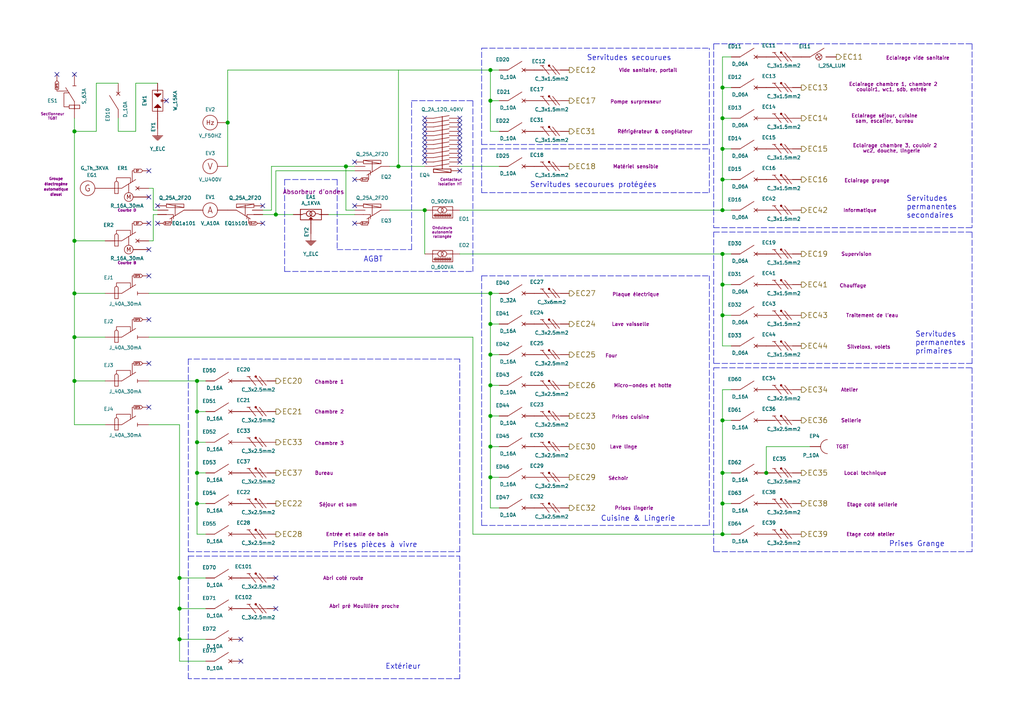
<source format=kicad_sch>
(kicad_sch (version 20230819) (generator eeschema)
  (paper "A4")
  (title_block (title "Exemple librairie elec-unifil") (date "4 jan 2006") (rev "0.3") (comment 1 "Applications pour Electricite"))
  (junction (at 209.55 52.07) (diameter 1.016))
  (junction (at 142.24 120.65) (diameter 1.016))
  (junction (at 57.15 110.49) (diameter 1.016))
  (junction (at 142.24 129.54) (diameter 1.016))
  (junction (at 209.55 121.92) (diameter 1.016))
  (junction (at 57.15 137.16) (diameter 1.016))
  (junction (at 80.01 62.23) (diameter 1.016))
  (junction (at 209.55 25.4) (diameter 1.016))
  (junction (at 21.59 85.09) (diameter 1.016))
  (junction (at 209.55 73.66) (diameter 1.016))
  (junction (at 209.55 154.94) (diameter 1.016))
  (junction (at 209.55 91.44) (diameter 1.016))
  (junction (at 21.59 110.49) (diameter 1.016))
  (junction (at 57.15 128.27) (diameter 1.016))
  (junction (at 21.59 69.85) (diameter 1.016))
  (junction (at 115.57 48.26) (diameter 1.016))
  (junction (at 142.24 102.87) (diameter 1.016))
  (junction (at 142.24 29.21) (diameter 1.016))
  (junction (at 66.04 35.56) (diameter 1.016))
  (junction (at 209.55 43.18) (diameter 1.016))
  (junction (at 21.59 38.1) (diameter 1.016))
  (junction (at 100.33 48.26) (diameter 1.016))
  (junction (at 209.55 82.55) (diameter 1.016))
  (junction (at 142.24 20.32) (diameter 1.016))
  (junction (at 142.24 111.76) (diameter 1.016))
  (junction (at 209.55 146.05) (diameter 1.016))
  (junction (at 21.59 97.79) (diameter 1.016))
  (junction (at 57.15 146.05) (diameter 1.016))
  (junction (at 142.24 138.43) (diameter 1.016))
  (junction (at 142.24 85.09) (diameter 1.016))
  (junction (at 222.25 137.16) (diameter 1.016))
  (junction (at 209.55 34.29) (diameter 1.016))
  (junction (at 123.19 60.96) (diameter 1.016))
  (junction (at 52.07 185.42) (diameter 1.016))
  (junction (at 52.07 167.64) (diameter 1.016))
  (junction (at 57.15 119.38) (diameter 1.016))
  (junction (at 209.55 60.96) (diameter 1.016))
  (junction (at 142.24 93.98) (diameter 1.016))
  (junction (at 52.07 176.53) (diameter 1.016))
  (junction (at 209.55 137.16) (diameter 1.016))
  (no_connect (at 123.19 40.64))
  (no_connect (at 45.72 59.69))
  (no_connect (at 76.2 64.77))
  (no_connect (at 43.18 49.53))
  (no_connect (at 43.18 105.41))
  (no_connect (at 133.35 44.45))
  (no_connect (at 43.18 118.11))
  (no_connect (at 102.87 64.77))
  (no_connect (at 21.59 21.59))
  (no_connect (at 80.01 176.53))
  (no_connect (at 69.85 191.77))
  (no_connect (at 102.87 52.07))
  (no_connect (at 102.87 46.99))
  (no_connect (at 48.26 29.21))
  (no_connect (at 123.19 35.56))
  (no_connect (at 133.35 38.1))
  (no_connect (at 123.19 34.29))
  (no_connect (at 123.19 43.18))
  (no_connect (at 123.19 41.91))
  (no_connect (at 123.19 39.37))
  (no_connect (at 123.19 38.1))
  (no_connect (at 43.18 80.01))
  (no_connect (at 133.35 39.37))
  (no_connect (at 43.18 92.71))
  (no_connect (at 133.35 43.18))
  (no_connect (at 123.19 44.45))
  (no_connect (at 133.35 40.64))
  (no_connect (at 43.18 57.15))
  (no_connect (at 80.01 167.64))
  (no_connect (at 45.72 64.77))
  (no_connect (at 133.35 49.53))
  (no_connect (at 102.87 59.69))
  (no_connect (at 123.19 36.83))
  (no_connect (at 133.35 46.99))
  (no_connect (at 133.35 34.29))
  (no_connect (at 133.35 35.56))
  (no_connect (at 43.18 72.39))
  (no_connect (at 43.18 64.77))
  (no_connect (at 133.35 45.72))
  (no_connect (at 69.85 185.42))
  (no_connect (at 76.2 59.69))
  (no_connect (at 133.35 36.83))
  (no_connect (at 123.19 46.99))
  (no_connect (at 16.51 21.59))
  (no_connect (at 123.19 45.72))
  (no_connect (at 133.35 41.91))
  (wire (pts (xy 21.59 110.49) (xy 30.48 110.49)))
  (wire (pts (xy 209.55 34.29) (xy 212.09 34.29)))
  (wire (pts (xy 21.59 97.79) (xy 21.59 110.49)))
  (wire (pts (xy 212.09 137.16) (xy 209.55 137.16)))
  (wire (pts (xy 142.24 29.21) (xy 142.24 38.1)))
  (wire (pts (xy 57.15 119.38) (xy 57.15 128.27)))
  (wire (pts (xy 21.59 97.79) (xy 30.48 97.79)))
  (wire (pts (xy 142.24 85.09) (xy 144.78 85.09)))
  (wire (pts (xy 142.24 102.87) (xy 144.78 102.87)))
  (wire (pts (xy 100.33 48.26) (xy 100.33 60.96)))
  (polyline (pts (xy 281.94 67.31) (xy 281.94 105.41)) (stroke (width 0) (type dash)))
  (polyline (pts (xy 97.79 72.39) (xy 119.38 72.39)) (stroke (width 0) (type dash)))
  (wire (pts (xy 21.59 38.1) (xy 27.94 38.1)))
  (wire (pts (xy 76.2 62.23) (xy 80.01 62.23)))
  (wire (pts (xy 57.15 137.16) (xy 59.69 137.16)))
  (wire (pts (xy 133.35 60.96) (xy 209.55 60.96)))
  (polyline (pts (xy 82.55 52.07) (xy 97.79 52.07)) (stroke (width 0) (type dash)))
  (wire (pts (xy 142.24 20.32) (xy 144.78 20.32)))
  (wire (pts (xy 44.45 69.85) (xy 44.45 62.23)))
  (wire (pts (xy 142.24 138.43) (xy 144.78 138.43)))
  (wire (pts (xy 209.55 154.94) (xy 212.09 154.94)))
  (wire (pts (xy 43.18 97.79) (xy 137.16 97.79)))
  (wire (pts (xy 21.59 85.09) (xy 30.48 85.09)))
  (wire (pts (xy 44.45 54.61) (xy 44.45 60.96)))
  (wire (pts (xy 59.69 185.42) (xy 52.07 185.42)))
  (wire (pts (xy 95.25 62.23) (xy 102.87 62.23)))
  (polyline (pts (xy 281.94 106.68) (xy 281.94 160.02)) (stroke (width 0) (type dash)))
  (wire (pts (xy 57.15 154.94) (xy 59.69 154.94)))
  (wire (pts (xy 57.15 110.49) (xy 59.69 110.49)))
  (wire (pts (xy 142.24 93.98) (xy 142.24 102.87)))
  (wire (pts (xy 66.04 20.32) (xy 66.04 35.56)))
  (wire (pts (xy 137.16 154.94) (xy 209.55 154.94)))
  (polyline (pts (xy 207.01 67.31) (xy 281.94 67.31)) (stroke (width 0) (type dash)))
  (wire (pts (xy 209.55 52.07) (xy 209.55 60.96)))
  (polyline (pts (xy 139.7 13.97) (xy 205.74 13.97)) (stroke (width 0) (type dash)))
  (wire (pts (xy 57.15 137.16) (xy 57.15 146.05)))
  (wire (pts (xy 34.29 34.29) (xy 34.29 38.1)))
  (wire (pts (xy 80.01 62.23) (xy 85.09 62.23)))
  (polyline (pts (xy 205.74 43.18) (xy 205.74 55.88)) (stroke (width 0) (type dash)))
  (wire (pts (xy 115.57 48.26) (xy 123.19 48.26)))
  (wire (pts (xy 43.18 123.19) (xy 52.07 123.19)))
  (wire (pts (xy 209.55 73.66) (xy 209.55 82.55)))
  (polyline (pts (xy 139.7 55.88) (xy 205.74 55.88)) (stroke (width 0) (type dash)))
  (wire (pts (xy 123.19 60.96) (xy 123.19 73.66)))
  (wire (pts (xy 142.24 111.76) (xy 142.24 120.65)))
  (wire (pts (xy 21.59 110.49) (xy 21.59 123.19)))
  (polyline (pts (xy 133.35 161.29) (xy 133.35 196.85)) (stroke (width 0) (type dash)))
  (wire (pts (xy 209.55 43.18) (xy 209.55 52.07)))
  (polyline (pts (xy 281.94 160.02) (xy 207.01 160.02)) (stroke (width 0) (type dash)))
  (wire (pts (xy 212.09 121.92) (xy 209.55 121.92)))
  (wire (pts (xy 209.55 100.33) (xy 212.09 100.33)))
  (wire (pts (xy 21.59 85.09) (xy 21.59 97.79)))
  (wire (pts (xy 52.07 191.77) (xy 59.69 191.77)))
  (wire (pts (xy 212.09 146.05) (xy 209.55 146.05)))
  (wire (pts (xy 142.24 129.54) (xy 144.78 129.54)))
  (wire (pts (xy 113.03 60.96) (xy 123.19 60.96)))
  (wire (pts (xy 142.24 111.76) (xy 144.78 111.76)))
  (polyline (pts (xy 281.94 12.7) (xy 281.94 66.04)) (stroke (width 0) (type dash)))
  (wire (pts (xy 212.09 113.03) (xy 209.55 113.03)))
  (polyline (pts (xy 54.61 160.02) (xy 133.35 160.02)) (stroke (width 0) (type dash)))
  (wire (pts (xy 209.55 16.51) (xy 209.55 25.4)))
  (wire (pts (xy 209.55 137.16) (xy 209.55 146.05)))
  (wire (pts (xy 59.69 119.38) (xy 57.15 119.38)))
  (wire (pts (xy 34.29 38.1) (xy 39.37 38.1)))
  (wire (pts (xy 27.94 38.1) (xy 27.94 24.13)))
  (wire (pts (xy 142.24 38.1) (xy 144.78 38.1)))
  (wire (pts (xy 21.59 38.1) (xy 21.59 69.85)))
  (polyline (pts (xy 139.7 41.91) (xy 205.74 41.91)) (stroke (width 0) (type dash)))
  (wire (pts (xy 52.07 123.19) (xy 52.07 167.64)))
  (polyline (pts (xy 133.35 196.85) (xy 54.61 196.85)) (stroke (width 0) (type dash)))
  (wire (pts (xy 209.55 121.92) (xy 209.55 137.16)))
  (wire (pts (xy 142.24 85.09) (xy 142.24 93.98)))
  (polyline (pts (xy 207.01 106.68) (xy 281.94 106.68)) (stroke (width 0) (type dash)))
  (wire (pts (xy 209.55 25.4) (xy 212.09 25.4)))
  (wire (pts (xy 222.25 129.54) (xy 222.25 137.16)))
  (polyline (pts (xy 137.16 29.21) (xy 137.16 78.74)) (stroke (width 0) (type dash)))
  (polyline (pts (xy 207.01 105.41) (xy 207.01 67.31)) (stroke (width 0) (type dash)))
  (wire (pts (xy 43.18 110.49) (xy 57.15 110.49)))
  (wire (pts (xy 59.69 176.53) (xy 52.07 176.53)))
  (wire (pts (xy 115.57 20.32) (xy 115.57 48.26)))
  (polyline (pts (xy 207.01 66.04) (xy 281.94 66.04)) (stroke (width 0) (type dash)))
  (wire (pts (xy 137.16 97.79) (xy 137.16 154.94)))
  (wire (pts (xy 66.04 35.56) (xy 66.04 48.26)))
  (polyline (pts (xy 139.7 152.4) (xy 205.74 152.4)) (stroke (width 0) (type dash)))
  (polyline (pts (xy 133.35 160.02) (xy 133.35 104.14)) (stroke (width 0) (type dash)))
  (wire (pts (xy 212.09 16.51) (xy 209.55 16.51)))
  (wire (pts (xy 44.45 62.23) (xy 45.72 62.23)))
  (wire (pts (xy 209.55 91.44) (xy 209.55 100.33)))
  (wire (pts (xy 142.24 29.21) (xy 144.78 29.21)))
  (wire (pts (xy 44.45 60.96) (xy 45.72 60.96)))
  (wire (pts (xy 212.09 82.55) (xy 209.55 82.55)))
  (wire (pts (xy 39.37 38.1) (xy 39.37 24.13)))
  (wire (pts (xy 142.24 129.54) (xy 142.24 138.43)))
  (polyline (pts (xy 207.01 12.7) (xy 207.01 66.04)) (stroke (width 0) (type dash)))
  (wire (pts (xy 57.15 146.05) (xy 59.69 146.05)))
  (wire (pts (xy 21.59 123.19) (xy 30.48 123.19)))
  (wire (pts (xy 78.74 48.26) (xy 100.33 48.26)))
  (wire (pts (xy 209.55 60.96) (xy 212.09 60.96)))
  (wire (pts (xy 76.2 60.96) (xy 78.74 60.96)))
  (wire (pts (xy 27.94 24.13) (xy 34.29 24.13)))
  (wire (pts (xy 133.35 73.66) (xy 209.55 73.66)))
  (polyline (pts (xy 133.35 104.14) (xy 54.61 104.14)) (stroke (width 0) (type dash)))
  (wire (pts (xy 52.07 185.42) (xy 52.07 191.77)))
  (wire (pts (xy 80.01 62.23) (xy 80.01 49.53)))
  (wire (pts (xy 43.18 54.61) (xy 44.45 54.61)))
  (wire (pts (xy 57.15 128.27) (xy 59.69 128.27)))
  (wire (pts (xy 43.18 69.85) (xy 44.45 69.85)))
  (wire (pts (xy 209.55 73.66) (xy 212.09 73.66)))
  (wire (pts (xy 43.18 85.09) (xy 142.24 85.09)))
  (wire (pts (xy 100.33 48.26) (xy 102.87 48.26)))
  (polyline (pts (xy 139.7 152.4) (xy 139.7 80.01)) (stroke (width 0) (type dash)))
  (polyline (pts (xy 54.61 161.29) (xy 133.35 161.29)) (stroke (width 0) (type dash)))
  (wire (pts (xy 80.01 49.53) (xy 102.87 49.53)))
  (wire (pts (xy 57.15 128.27) (xy 57.15 137.16)))
  (polyline (pts (xy 119.38 72.39) (xy 119.38 29.21)) (stroke (width 0) (type dash)))
  (wire (pts (xy 209.55 82.55) (xy 209.55 91.44)))
  (polyline (pts (xy 139.7 43.18) (xy 205.74 43.18)) (stroke (width 0) (type dash)))
  (wire (pts (xy 78.74 60.96) (xy 78.74 48.26)))
  (polyline (pts (xy 281.94 105.41) (xy 207.01 105.41)) (stroke (width 0) (type dash)))
  (wire (pts (xy 142.24 138.43) (xy 142.24 147.32)))
  (polyline (pts (xy 54.61 196.85) (xy 54.61 161.29)) (stroke (width 0) (type dash)))
  (wire (pts (xy 21.59 69.85) (xy 21.59 85.09)))
  (polyline (pts (xy 82.55 52.07) (xy 82.55 78.74)) (stroke (width 0) (type dash)))
  (wire (pts (xy 209.55 146.05) (xy 209.55 154.94)))
  (polyline (pts (xy 205.74 41.91) (xy 205.74 13.97)) (stroke (width 0) (type dash)))
  (wire (pts (xy 57.15 146.05) (xy 57.15 154.94)))
  (polyline (pts (xy 119.38 29.21) (xy 137.16 29.21)) (stroke (width 0) (type dash)))
  (polyline (pts (xy 82.55 78.74) (xy 137.16 78.74)) (stroke (width 0) (type dash)))
  (wire (pts (xy 39.37 24.13) (xy 45.72 24.13)))
  (polyline (pts (xy 205.74 152.4) (xy 205.74 80.01)) (stroke (width 0) (type dash)))
  (polyline (pts (xy 54.61 104.14) (xy 54.61 160.02)) (stroke (width 0) (type dash)))
  (wire (pts (xy 66.04 20.32) (xy 142.24 20.32)))
  (wire (pts (xy 209.55 113.03) (xy 209.55 121.92)))
  (wire (pts (xy 21.59 34.29) (xy 21.59 38.1)))
  (wire (pts (xy 133.35 48.26) (xy 144.78 48.26)))
  (polyline (pts (xy 139.7 80.01) (xy 205.74 80.01)) (stroke (width 0) (type dash)))
  (wire (pts (xy 209.55 34.29) (xy 209.55 43.18)))
  (wire (pts (xy 144.78 93.98) (xy 142.24 93.98)))
  (wire (pts (xy 113.03 48.26) (xy 115.57 48.26)))
  (wire (pts (xy 209.55 43.18) (xy 212.09 43.18)))
  (wire (pts (xy 21.59 69.85) (xy 30.48 69.85)))
  (wire (pts (xy 142.24 147.32) (xy 144.78 147.32)))
  (polyline (pts (xy 207.01 160.02) (xy 207.01 106.68)) (stroke (width 0) (type dash)))
  (wire (pts (xy 142.24 102.87) (xy 142.24 111.76)))
  (wire (pts (xy 142.24 120.65) (xy 142.24 129.54)))
  (wire (pts (xy 59.69 167.64) (xy 52.07 167.64)))
  (wire (pts (xy 57.15 110.49) (xy 57.15 119.38)))
  (wire (pts (xy 100.33 60.96) (xy 102.87 60.96)))
  (polyline (pts (xy 139.7 41.91) (xy 139.7 13.97)) (stroke (width 0) (type dash)))
  (polyline (pts (xy 207.01 12.7) (xy 281.94 12.7)) (stroke (width 0) (type dash)))
  (polyline (pts (xy 97.79 52.07) (xy 97.79 72.39)) (stroke (width 0) (type dash)))
  (wire (pts (xy 52.07 176.53) (xy 52.07 185.42)))
  (wire (pts (xy 209.55 52.07) (xy 212.09 52.07)))
  (wire (pts (xy 52.07 167.64) (xy 52.07 176.53)))
  (wire (pts (xy 212.09 91.44) (xy 209.55 91.44)))
  (wire (pts (xy 234.95 129.54) (xy 222.25 129.54)))
  (polyline (pts (xy 139.7 43.18) (xy 139.7 55.88)) (stroke (width 0) (type dash)))
  (wire (pts (xy 142.24 120.65) (xy 144.78 120.65)))
  (wire (pts (xy 209.55 25.4) (xy 209.55 34.29)))
  (wire (pts (xy 142.24 20.32) (xy 142.24 29.21)))
  (text "Servitudes secourues protégées" (at 153.67 54.61 0) (effects (font (size 1.524 1.524)) (justify left bottom)))
  (text "Extérieur" (at 111.76 194.31 0) (effects (font (size 1.524 1.524)) (justify left bottom)))
  (text "Servitudes\npermanentes\nprimaires" (at 265.43 102.87 0) (effects (font (size 1.524 1.524)) (justify left bottom)))
  (text "Servitudes\npermanentes\nsecondaires" (at 262.89 63.5 0) (effects (font (size 1.524 1.524)) (justify left bottom)))
  (text "Prises Grange" (at 257.81 158.75 0) (effects (font (size 1.524 1.524)) (justify left bottom)))
  (text "Servitudes secourues" (at 170.18 17.78 0) (effects (font (size 1.524 1.524)) (justify left bottom)))
  (text "Cuisine & Lingerie" (at 174.244 151.384 0) (effects (font (size 1.524 1.524)) (justify left bottom)))
  (text "AGBT" (at 105.41 76.2 0) (effects (font (size 1.524 1.524)) (justify left bottom)))
  (text "Prises pièces à vivre" (at 96.52 159.004 0) (effects (font (size 1.524 1.524)) (justify left bottom)))
  (hierarchical_label "EC29" (shape output) (at 165.1 138.43 0) (effects (font (size 1.524 1.524))))
  (hierarchical_label "EC31" (shape output) (at 165.1 38.1 0) (effects (font (size 1.524 1.524))))
  (hierarchical_label "EC43" (shape output) (at 232.41 91.44 0) (effects (font (size 1.524 1.524))))
  (hierarchical_label "EC27" (shape output) (at 165.1 85.09 0) (effects (font (size 1.524 1.524))))
  (hierarchical_label "EC20" (shape output) (at 80.01 110.49 0) (effects (font (size 1.524 1.524))))
  (hierarchical_label "EC41" (shape output) (at 232.41 82.55 0) (effects (font (size 1.524 1.524))))
  (hierarchical_label "EC42" (shape output) (at 232.41 60.96 0) (effects (font (size 1.524 1.524))))
  (hierarchical_label "EC35" (shape output) (at 232.41 137.16 0) (effects (font (size 1.524 1.524))))
  (hierarchical_label "EC36" (shape output) (at 232.41 121.92 0) (effects (font (size 1.524 1.524))))
  (hierarchical_label "EC13" (shape output) (at 232.41 25.4 0) (effects (font (size 1.524 1.524))))
  (hierarchical_label "EC11" (shape output) (at 242.57 16.51 0) (effects (font (size 1.524 1.524))))
  (hierarchical_label "EC14" (shape output) (at 232.41 34.29 0) (effects (font (size 1.524 1.524))))
  (hierarchical_label "EC39" (shape output) (at 232.41 154.94 0) (effects (font (size 1.524 1.524))))
  (hierarchical_label "EC18" (shape output) (at 165.1 48.26 0) (effects (font (size 1.524 1.524))))
  (hierarchical_label "EC25" (shape output) (at 165.1 102.87 0) (effects (font (size 1.524 1.524))))
  (hierarchical_label "EC12" (shape output) (at 165.1 20.32 0) (effects (font (size 1.524 1.524))))
  (hierarchical_label "EC26" (shape output) (at 165.1 111.76 0) (effects (font (size 1.524 1.524))))
  (hierarchical_label "EC33" (shape output) (at 80.01 128.27 0) (effects (font (size 1.524 1.524))))
  (hierarchical_label "EC44" (shape output) (at 232.41 100.33 0) (effects (font (size 1.524 1.524))))
  (hierarchical_label "EC19" (shape output) (at 232.41 73.66 0) (effects (font (size 1.524 1.524))))
  (hierarchical_label "EC17" (shape output) (at 165.1 29.21 0) (effects (font (size 1.524 1.524))))
  (hierarchical_label "EC28" (shape output) (at 80.01 154.94 0) (effects (font (size 1.524 1.524))))
  (hierarchical_label "EC24" (shape output) (at 165.1 93.98 0) (effects (font (size 1.524 1.524))))
  (hierarchical_label "EC38" (shape output) (at 232.41 146.05 0) (effects (font (size 1.524 1.524))))
  (hierarchical_label "EC30" (shape output) (at 165.1 129.54 0) (effects (font (size 1.524 1.524))))
  (hierarchical_label "EC15" (shape output) (at 232.41 43.18 0) (effects (font (size 1.524 1.524))))
  (hierarchical_label "EC32" (shape output) (at 165.1 147.32 0) (effects (font (size 1.524 1.524))))
  (hierarchical_label "EC37" (shape output) (at 80.01 137.16 0) (effects (font (size 1.524 1.524))))
  (hierarchical_label "EC34" (shape output) (at 232.41 113.03 0) (effects (font (size 1.524 1.524))))
  (hierarchical_label "EC23" (shape output) (at 165.1 120.65 0) (effects (font (size 1.524 1.524))))
  (hierarchical_label "EC16" (shape output) (at 232.41 52.07 0) (effects (font (size 1.524 1.524))))
  (hierarchical_label "EC21" (shape output) (at 80.01 119.38 0) (effects (font (size 1.524 1.524))))
  (hierarchical_label "EC22" (shape output) (at 80.01 146.05 0) (effects (font (size 1.524 1.524))))
  (symbol (lib_id "elec-unifil:D_10A") (at 34.29 29.21 90) (unit 1)
    (property "Reference" "ED10" (at 31.242 33.274 0) (effects (font (size 1.016 1.016))))
    (property "Value" "D_10A" (at 36.322 31.75 0) (effects (font (size 1.016 1.016))))
  )
  (symbol (lib_id "elec-unifil:W_15KA") (at 45.72 29.21 90) (unit 1)
    (property "Reference" "EW1" (at 41.91 29.21 0) (effects (font (size 1.016 1.016))))
    (property "Value" "W_15KA" (at 50.8 29.21 0) (effects (font (size 1.016 1.016))))
  )
  (symbol (lib_name "elec-unifil:Y_ELC_1") (lib_id "elec-unifil:Y_ELC") (at 45.72 39.37 90) (unit 1)
    (property "Reference" "EY1" (at 44.45 36.83 0) (effects (font (size 1.016 1.016))))
    (property "Value" "Y_ELC" (at 45.72 43.18 90) (effects (font (size 1.016 1.016))))
  )
  (symbol (lib_id "elec-unifil:S_63A") (at 21.59 27.94 90) (unit 1)
    (property "Reference" "ES1" (at 15.24 29.21 90) (effects (font (size 1.016 1.016))))
    (property "Value" "S_63A" (at 24.384 27.94 0) (effects (font (size 1.016 1.016))))
    (property "Footprint" "Sectionneur" (at 15.24 33.02 90) (effects (font (size 0.762 0.762))))
    (property "Datasheet" "TGBT" (at 15.24 34.29 90) (effects (font (size 0.762 0.762))))
  )
  (symbol (lib_id "elec-unifil:G_Th_3KVA") (at 25.4 54.61 0) (unit 1)
    (property "Reference" "EG1" (at 26.67 50.8 0) (effects (font (size 1.016 1.016))))
    (property "Value" "G_Th_3KVA" (at 27.432 48.768 0) (effects (font (size 1.016 1.016))))
    (property "Footprint" "Groupe" (at 16.256 51.816 0) (effects (font (size 0.762 0.762))))
    (property "Datasheet" "électrogène" (at 16.256 53.34 0) (effects (font (size 0.762 0.762))))
    (property "Champ4" "automatique" (at 16.256 54.864 0) (effects (font (size 0.762 0.762))))
    (property "Champ5" "diesel" (at 16.256 56.388 0) (effects (font (size 0.762 0.762))))
  )
  (symbol (lib_id "elec-unifil:R_16A_30mA") (at 36.83 54.61 0) (unit 1)
    (property "Reference" "ER1" (at 35.56 48.768 0) (effects (font (size 1.016 1.016))))
    (property "Value" "R_16A_30mA" (at 36.83 59.69 0) (effects (font (size 1.016 1.016))))
    (property "Footprint" "Courbe D" (at 36.83 60.96 0) (effects (font (size 0.762 0.762))))
  )
  (symbol (lib_id "elec-unifil:R_16A_30mA") (at 36.83 69.85 0) (unit 1)
    (property "Reference" "ER2" (at 31.496 65.278 0) (effects (font (size 1.016 1.016))))
    (property "Value" "R_16A_30mA" (at 36.83 74.93 0) (effects (font (size 1.016 1.016))))
    (property "Footprint" "Courbe B" (at 36.83 76.2 0) (effects (font (size 0.762 0.762))))
  )
  (symbol (lib_id "elec-unifil:J_40A_30mA") (at 36.83 85.09 0) (unit 1)
    (property "Reference" "EJ1" (at 31.496 80.518 0) (effects (font (size 1.016 1.016))))
    (property "Value" "J_40A_30mA" (at 36.322 88.138 0) (effects (font (size 1.016 1.016))))
  )
  (symbol (lib_id "elec-unifil:J_40A_30mA") (at 36.83 97.79 0) (unit 1)
    (property "Reference" "EJ2" (at 31.496 93.218 0) (effects (font (size 1.016 1.016))))
    (property "Value" "J_40A_30mA" (at 36.322 100.838 0) (effects (font (size 1.016 1.016))))
  )
  (symbol (lib_id "elec-unifil:J_40A_30mA") (at 36.83 110.49 0) (unit 1)
    (property "Reference" "EJ3" (at 31.496 105.918 0) (effects (font (size 1.016 1.016))))
    (property "Value" "J_40A_30mA" (at 36.322 113.538 0) (effects (font (size 1.016 1.016))))
  )
  (symbol (lib_id "elec-unifil:J_40A_30mA") (at 36.83 123.19 0) (unit 1)
    (property "Reference" "EJ4" (at 31.496 118.618 0) (effects (font (size 1.016 1.016))))
    (property "Value" "J_40A_30mA" (at 36.322 126.238 0) (effects (font (size 1.016 1.016))))
  )
  (symbol (lib_name "elec-unifil:Q_25A_2F2O_1") (lib_id "elec-unifil:Q_25A_2F2O") (at 50.8 60.96 180) (unit 1)
    (property "Reference" "EQ1a101" (at 53.34 64.77 0) (effects (font (size 1.016 1.016))))
    (property "Value" "Q_25A_2F2O" (at 50.8 57.404 0) (effects (font (size 1.016 1.016))))
  )
  (symbol (lib_id "elec-unifil:V_A10A") (at 60.96 60.96 0) (unit 1)
    (property "Reference" "EV1" (at 60.96 57.15 0) (effects (font (size 1.016 1.016))))
    (property "Value" "V_A10A" (at 60.96 64.77 0) (effects (font (size 1.016 1.016))))
  )
  (symbol (lib_id "elec-unifil:Q_25A_2F2O") (at 71.12 60.96 0) (mirror x) (unit 1)
    (property "Reference" "EQ1b101" (at 68.58 64.77 0) (effects (font (size 1.016 1.016))))
    (property "Value" "Q_25A_2F2O" (at 71.12 57.404 0) (effects (font (size 1.016 1.016))))
  )
  (symbol (lib_name "elec-unifil:Q_25A_2F2O_3") (lib_id "elec-unifil:Q_25A_2F2O") (at 107.95 60.96 180) (unit 1)
    (property "Reference" "EQ3" (at 112.014 64.008 0) (effects (font (size 1.016 1.016))))
    (property "Value" "Q_25A_2F2O" (at 107.95 57.404 0) (effects (font (size 1.016 1.016))))
  )
  (symbol (lib_name "elec-unifil:Q_25A_2F2O_2") (lib_id "elec-unifil:Q_25A_2F2O") (at 107.95 48.26 180) (unit 1)
    (property "Reference" "EQ2" (at 112.014 51.308 0) (effects (font (size 1.016 1.016))))
    (property "Value" "Q_25A_2F2O" (at 107.95 44.704 0) (effects (font (size 1.016 1.016))))
  )
  (symbol (lib_id "elec-unifil:A_1KVA") (at 90.17 62.23 0) (unit 1)
    (property "Reference" "EA1" (at 90.17 57.15 0) (effects (font (size 1.016 1.016))))
    (property "Value" "A_1KVA" (at 90.17 58.928 0) (effects (font (size 1.016 1.016))))
    (property "Description" "Absorbeur d'ondes" (at 90.932 55.626 0))
  )
  (symbol (lib_id "elec-unifil:Y_ELC") (at 90.17 69.85 90) (unit 1)
    (property "Reference" "EY2" (at 88.9 67.31 0) (effects (font (size 1.016 1.016))))
    (property "Value" "Y_ELC" (at 90.17 73.66 90) (effects (font (size 1.016 1.016))))
  )
  (symbol (lib_id "elec-unifil:V_U400V") (at 60.96 48.26 0) (unit 1)
    (property "Reference" "EV3" (at 60.96 44.45 0) (effects (font (size 1.016 1.016))))
    (property "Value" "V_U400V" (at 60.96 52.07 0) (effects (font (size 1.016 1.016))))
  )
  (symbol (lib_id "elec-unifil:V_F50Hz") (at 60.96 35.56 0) (unit 1)
    (property "Reference" "EV2" (at 60.96 31.75 0) (effects (font (size 1.016 1.016))))
    (property "Value" "V_F50HZ" (at 60.96 39.37 0) (effects (font (size 1.016 1.016))))
  )
  (symbol (lib_id "elec-unifil:Q_2A_12O_40KV") (at 128.27 34.29 0) (unit 1)
    (property "Reference" "EQ4" (at 123.19 50.8 0) (effects (font (size 1.016 1.016))))
    (property "Value" "Q_2A_12O_40KV" (at 128.27 31.75 0) (effects (font (size 1.016 1.016))))
    (property "Footprint" "Contacteur" (at 130.81 52.07 0) (effects (font (size 0.762 0.762))))
    (property "Datasheet" "isolation HT " (at 130.81 53.34 0) (effects (font (size 0.762 0.762))))
  )
  (symbol (lib_id "elec-unifil:O_900VA") (at 128.27 60.96 0) (unit 1)
    (property "Reference" "EO1" (at 134.62 63.5 0) (effects (font (size 1.016 1.016))))
    (property "Value" "O_900VA" (at 128.27 58.42 0) (effects (font (size 1.016 1.016))))
    (property "Footprint" "Onduleurs" (at 128.27 66.04 0) (effects (font (size 0.762 0.762))))
    (property "Datasheet" "autonomie" (at 128.27 67.31 0) (effects (font (size 0.762 0.762))))
    (property "Champ4" "rallongée" (at 128.27 68.58 0) (effects (font (size 0.762 0.762))))
  )
  (symbol (lib_id "elec-unifil:O_600VA") (at 128.27 73.66 0) (unit 1)
    (property "Reference" "EO2" (at 134.62 71.12 0) (effects (font (size 1.016 1.016))))
    (property "Value" "O_600VA" (at 128.27 77.47 0) (effects (font (size 1.016 1.016))))
  )
  (symbol (lib_id "elec-unifil:D_10A") (at 64.77 167.64 0) (unit 1)
    (property "Reference" "ED70" (at 60.706 164.592 0) (effects (font (size 1.016 1.016))))
    (property "Value" "D_10A" (at 62.23 169.672 0) (effects (font (size 1.016 1.016))))
    (property "Footprint" "Abri coté route" (at 99.568 167.64 0) (effects (font (size 1.016 1.016))))
  )
  (symbol (lib_id "elec-unifil:D_10A") (at 64.77 176.53 0) (unit 1)
    (property "Reference" "ED71" (at 60.706 173.482 0) (effects (font (size 1.016 1.016))))
    (property "Value" "D_10A" (at 62.23 178.562 0) (effects (font (size 1.016 1.016))))
    (property "Footprint" "Abri pré Mouillière proche" (at 105.664 175.768 0) (effects (font (size 1.016 1.016))))
  )
  (symbol (lib_id "elec-unifil:D_10A") (at 64.77 185.42 0) (unit 1)
    (property "Reference" "ED72" (at 60.706 182.372 0) (effects (font (size 1.016 1.016))))
    (property "Value" "D_10A" (at 62.23 187.452 0) (effects (font (size 1.016 1.016))))
  )
  (symbol (lib_id "elec-unifil:D_10A") (at 64.77 191.77 0) (unit 1)
    (property "Reference" "ED73" (at 60.706 188.722 0) (effects (font (size 1.016 1.016))))
    (property "Value" "D_10A" (at 62.23 193.802 0) (effects (font (size 1.016 1.016))))
  )
  (symbol (lib_id "elec-unifil:D_06A") (at 217.17 43.18 0) (unit 1)
    (property "Reference" "ED14" (at 213.106 40.132 0) (effects (font (size 1.016 1.016))))
    (property "Value" "D_06A" (at 214.63 45.212 0) (effects (font (size 1.016 1.016))))
    (property "Footprint" "Eclairage chambre 3, couloir 2" (at 259.588 42.164 0) (effects (font (size 1.016 1.016))))
    (property "Datasheet" "wc2, douche, lingerie" (at 258.572 43.688 0) (effects (font (size 1.016 1.016))))
  )
  (symbol (lib_id "elec-unifil:D_06A") (at 217.17 34.29 0) (unit 1)
    (property "Reference" "ED13" (at 213.106 31.242 0) (effects (font (size 1.016 1.016))))
    (property "Value" "D_06A" (at 214.63 36.322 0) (effects (font (size 1.016 1.016))))
    (property "Footprint" "Eclairage séjour, cuisine" (at 256.54 33.528 0) (effects (font (size 1.016 1.016))))
    (property "Datasheet" "sam, escalier, bureau" (at 256.54 35.052 0) (effects (font (size 1.016 1.016))))
  )
  (symbol (lib_id "elec-unifil:D_06A") (at 217.17 60.96 0) (unit 1)
    (property "Reference" "ED16" (at 213.106 57.912 0) (effects (font (size 1.016 1.016))))
    (property "Value" "D_06A" (at 214.63 62.992 0) (effects (font (size 1.016 1.016))))
    (property "Footprint" "Informatique" (at 249.428 60.96 0) (effects (font (size 1.016 1.016))))
  )
  (symbol (lib_id "elec-unifil:D_06A") (at 217.17 52.07 0) (unit 1)
    (property "Reference" "ED15" (at 213.106 49.022 0) (effects (font (size 1.016 1.016))))
    (property "Value" "D_06A" (at 214.63 54.102 0) (effects (font (size 1.016 1.016))))
    (property "Footprint" "Eclairage grange" (at 251.46 52.324 0) (effects (font (size 1.016 1.016))))
  )
  (symbol (lib_id "elec-unifil:D_32A") (at 149.86 85.09 0) (unit 1)
    (property "Reference" "ED40" (at 145.796 82.042 0) (effects (font (size 1.016 1.016))))
    (property "Value" "D_32A" (at 147.32 87.122 0) (effects (font (size 1.016 1.016))))
    (property "Footprint" "Plaque électrique" (at 184.404 85.344 0) (effects (font (size 1.016 1.016))))
  )
  (symbol (lib_id "elec-unifil:D_16A") (at 149.86 93.98 0) (unit 1)
    (property "Reference" "ED41" (at 145.796 90.932 0) (effects (font (size 1.016 1.016))))
    (property "Value" "D_16A" (at 147.32 96.012 0) (effects (font (size 1.016 1.016))))
    (property "Footprint" "Lave vaisselle" (at 182.88 93.98 0) (effects (font (size 1.016 1.016))))
  )
  (symbol (lib_id "elec-unifil:D_16A") (at 149.86 102.87 0) (unit 1)
    (property "Reference" "ED42" (at 145.796 99.822 0) (effects (font (size 1.016 1.016))))
    (property "Value" "D_16A" (at 147.32 104.902 0) (effects (font (size 1.016 1.016))))
    (property "Footprint" "Four" (at 177.292 103.124 0) (effects (font (size 1.016 1.016))))
  )
  (symbol (lib_id "elec-unifil:D_10A") (at 149.86 111.76 0) (unit 1)
    (property "Reference" "ED43" (at 145.796 108.712 0) (effects (font (size 1.016 1.016))))
    (property "Value" "D_10A" (at 147.32 113.792 0) (effects (font (size 1.016 1.016))))
    (property "Footprint" "Micro-ondes et hotte" (at 186.436 111.76 0) (effects (font (size 1.016 1.016))))
  )
  (symbol (lib_id "elec-unifil:D_10A") (at 149.86 120.65 0) (unit 1)
    (property "Reference" "ED44" (at 145.796 117.602 0) (effects (font (size 1.016 1.016))))
    (property "Value" "D_10A" (at 147.32 122.682 0) (effects (font (size 1.016 1.016))))
    (property "Footprint" "Prises cuisine" (at 182.88 120.904 0) (effects (font (size 1.016 1.016))))
  )
  (symbol (lib_id "elec-unifil:D_16A") (at 149.86 129.54 0) (unit 1)
    (property "Reference" "ED45" (at 145.796 126.492 0) (effects (font (size 1.016 1.016))))
    (property "Value" "D_16A" (at 147.32 131.572 0) (effects (font (size 1.016 1.016))))
    (property "Footprint" "Lave linge" (at 180.848 129.54 0) (effects (font (size 1.016 1.016))))
  )
  (symbol (lib_id "elec-unifil:D_16A") (at 149.86 138.43 0) (unit 1)
    (property "Reference" "ED46" (at 145.796 135.382 0) (effects (font (size 1.016 1.016))))
    (property "Value" "D_16A" (at 147.32 140.462 0) (effects (font (size 1.016 1.016))))
    (property "Footprint" "Séchoir" (at 179.324 138.684 0) (effects (font (size 1.016 1.016))))
  )
  (symbol (lib_id "elec-unifil:D_10A") (at 149.86 147.32 0) (unit 1)
    (property "Reference" "ED47" (at 145.796 144.272 0) (effects (font (size 1.016 1.016))))
    (property "Value" "D_10A" (at 147.32 149.352 0) (effects (font (size 1.016 1.016))))
    (property "Footprint" "Prises lingerie" (at 183.896 147.32 0) (effects (font (size 1.016 1.016))))
  )
  (symbol (lib_id "elec-unifil:D_16A") (at 217.17 113.03 0) (unit 1)
    (property "Reference" "ED60" (at 213.106 109.982 0) (effects (font (size 1.016 1.016))))
    (property "Value" "D_16A" (at 214.63 115.062 0) (effects (font (size 1.016 1.016))))
    (property "Footprint" "Atelier" (at 246.38 113.03 0) (effects (font (size 1.016 1.016))))
  )
  (symbol (lib_id "elec-unifil:D_16A") (at 64.77 119.38 0) (unit 1)
    (property "Reference" "ED51" (at 60.706 116.332 0) (effects (font (size 1.016 1.016))))
    (property "Value" "D_16A" (at 62.23 121.412 0) (effects (font (size 1.016 1.016))))
    (property "Footprint" "Chambre 2" (at 95.504 119.38 0) (effects (font (size 1.016 1.016))))
  )
  (symbol (lib_id "elec-unifil:D_16A") (at 64.77 128.27 0) (unit 1)
    (property "Reference" "ED52" (at 60.706 125.222 0) (effects (font (size 1.016 1.016))))
    (property "Value" "D_16A" (at 62.23 130.302 0) (effects (font (size 1.016 1.016))))
    (property "Footprint" "Chambre 3" (at 95.504 128.524 0) (effects (font (size 1.016 1.016))))
  )
  (symbol (lib_id "elec-unifil:D_16A") (at 64.77 137.16 0) (unit 1)
    (property "Reference" "ED53" (at 60.706 134.112 0) (effects (font (size 1.016 1.016))))
    (property "Value" "D_16A" (at 62.23 139.192 0) (effects (font (size 1.016 1.016))))
    (property "Footprint" "Bureau" (at 93.98 137.16 0) (effects (font (size 1.016 1.016))))
  )
  (symbol (lib_id "elec-unifil:D_16A") (at 217.17 154.94 0) (unit 1)
    (property "Reference" "ED64" (at 213.106 151.892 0) (effects (font (size 1.016 1.016))))
    (property "Value" "D_16A" (at 214.63 156.972 0) (effects (font (size 1.016 1.016))))
    (property "Footprint" "Etage coté atelier" (at 252.476 154.94 0) (effects (font (size 1.016 1.016))))
  )
  (symbol (lib_id "elec-unifil:D_16A") (at 64.77 154.94 0) (unit 1)
    (property "Reference" "ED55" (at 60.706 151.892 0) (effects (font (size 1.016 1.016))))
    (property "Value" "D_16A" (at 62.23 156.972 0) (effects (font (size 1.016 1.016))))
    (property "Footprint" "Entrée et salle de bain" (at 103.632 154.94 0) (effects (font (size 1.016 1.016))))
  )
  (symbol (lib_id "elec-unifil:C_3x1.5mm2") (at 160.02 20.32 0) (unit 1)
    (property "Reference" "EC12" (at 156.21 17.78 0) (effects (font (size 1.016 1.016))))
    (property "Value" "C_3x1.5mm2" (at 160.02 22.86 0) (effects (font (size 1.016 1.016))))
  )
  (symbol (lib_id "elec-unifil:C_3x1.5mm2") (at 227.33 16.51 0) (unit 1)
    (property "Reference" "EC11" (at 223.012 13.208 0) (effects (font (size 1.016 1.016))))
    (property "Value" "C_3x1.5mm2" (at 227.33 19.05 0) (effects (font (size 1.016 1.016))))
  )
  (symbol (lib_id "elec-unifil:C_3x1.5mm2") (at 227.33 82.55 0) (unit 1)
    (property "Reference" "EC41" (at 223.012 79.248 0) (effects (font (size 1.016 1.016))))
    (property "Value" "C_3x1.5mm2" (at 227.33 85.09 0) (effects (font (size 1.016 1.016))))
  )
  (symbol (lib_id "elec-unifil:I_25A_LUM") (at 237.49 16.51 0) (unit 1)
    (property "Reference" "EI11" (at 233.426 13.462 0) (effects (font (size 1.016 1.016))))
    (property "Value" "I_25A_LUM" (at 241.3 19.05 0) (effects (font (size 1.016 1.016))))
  )
  (symbol (lib_id "elec-unifil:C_3x1.5mm2") (at 160.02 29.21 0) (unit 1)
    (property "Reference" "EC17" (at 155.702 25.908 0) (effects (font (size 1.016 1.016))))
    (property "Value" "C_3x1.5mm2" (at 160.02 31.75 0) (effects (font (size 1.016 1.016))))
  )
  (symbol (lib_id "elec-unifil:C_3x1.5mm2") (at 160.02 38.1 0) (unit 1)
    (property "Reference" "EC31" (at 155.702 34.798 0) (effects (font (size 1.016 1.016))))
    (property "Value" "C_3x1.5mm2" (at 160.02 40.64 0) (effects (font (size 1.016 1.016))))
  )
  (symbol (lib_id "elec-unifil:C_3x1.5mm2") (at 160.02 48.26 0) (unit 1)
    (property "Reference" "EC18" (at 155.702 44.958 0) (effects (font (size 1.016 1.016))))
    (property "Value" "C_3x1.5mm2" (at 160.02 50.8 0) (effects (font (size 1.016 1.016))))
  )
  (symbol (lib_id "elec-unifil:C_3x1.5mm2") (at 227.33 25.4 0) (unit 1)
    (property "Reference" "EC13" (at 223.012 22.098 0) (effects (font (size 1.016 1.016))))
    (property "Value" "C_3x1.5mm2" (at 227.33 27.94 0) (effects (font (size 1.016 1.016))))
  )
  (symbol (lib_id "elec-unifil:C_3x1.5mm2") (at 227.33 34.29 0) (unit 1)
    (property "Reference" "EC14" (at 223.012 30.988 0) (effects (font (size 1.016 1.016))))
    (property "Value" "C_3x1.5mm2" (at 227.33 36.83 0) (effects (font (size 1.016 1.016))))
  )
  (symbol (lib_id "elec-unifil:C_3x1.5mm2") (at 227.33 43.18 0) (unit 1)
    (property "Reference" "EC15" (at 223.012 39.878 0) (effects (font (size 1.016 1.016))))
    (property "Value" "C_3x1.5mm2" (at 227.33 45.72 0) (effects (font (size 1.016 1.016))))
  )
  (symbol (lib_id "elec-unifil:C_3x1.5mm2") (at 227.33 52.07 0) (unit 1)
    (property "Reference" "EC16" (at 223.012 48.768 0) (effects (font (size 1.016 1.016))))
    (property "Value" "C_3x1.5mm2" (at 227.33 54.61 0) (effects (font (size 1.016 1.016))))
  )
  (symbol (lib_id "elec-unifil:C_3x1.5mm2") (at 227.33 60.96 0) (unit 1)
    (property "Reference" "EC42" (at 223.012 57.658 0) (effects (font (size 1.016 1.016))))
    (property "Value" "C_3x1.5mm2" (at 227.33 63.5 0) (effects (font (size 1.016 1.016))))
  )
  (symbol (lib_id "elec-unifil:C_3x1.5mm2") (at 227.33 91.44 0) (unit 1)
    (property "Reference" "EC43" (at 223.012 88.138 0) (effects (font (size 1.016 1.016))))
    (property "Value" "C_3x1.5mm2" (at 227.33 93.98 0) (effects (font (size 1.016 1.016))))
  )
  (symbol (lib_id "elec-unifil:C_3x1.5mm2") (at 227.33 73.66 0) (unit 1)
    (property "Reference" "EC19" (at 223.012 70.358 0) (effects (font (size 1.016 1.016))))
    (property "Value" "C_3x1.5mm2" (at 227.33 76.2 0) (effects (font (size 1.016 1.016))))
  )
  (symbol (lib_id "elec-unifil:C_3x1.5mm2") (at 227.33 100.33 0) (unit 1)
    (property "Reference" "EC44" (at 223.012 97.028 0) (effects (font (size 1.016 1.016))))
    (property "Value" "C_3x1.5mm2" (at 227.33 102.87 0) (effects (font (size 1.016 1.016))))
  )
  (symbol (lib_id "elec-unifil:C_3x2.5mm2") (at 227.33 113.03 0) (unit 1)
    (property "Reference" "EC34" (at 223.012 109.728 0) (effects (font (size 1.016 1.016))))
    (property "Value" "C_3x2.5mm2" (at 227.33 115.57 0) (effects (font (size 1.016 1.016))))
  )
  (symbol (lib_id "elec-unifil:C_3x2.5mm2") (at 227.33 121.92 0) (unit 1)
    (property "Reference" "EC36" (at 223.012 118.618 0) (effects (font (size 1.016 1.016))))
    (property "Value" "C_3x2.5mm2" (at 227.33 124.46 0) (effects (font (size 1.016 1.016))))
  )
  (symbol (lib_id "elec-unifil:C_3x2.5mm2") (at 227.33 137.16 0) (unit 1)
    (property "Reference" "EC35" (at 226.06 133.096 0) (effects (font (size 1.016 1.016))))
    (property "Value" "C_3x2.5mm2" (at 227.33 139.7 0) (effects (font (size 1.016 1.016))))
  )
  (symbol (lib_id "elec-unifil:C_3x2.5mm2") (at 227.33 146.05 0) (unit 1)
    (property "Reference" "EC38" (at 223.012 142.748 0) (effects (font (size 1.016 1.016))))
    (property "Value" "C_3x2.5mm2" (at 227.33 148.59 0) (effects (font (size 1.016 1.016))))
  )
  (symbol (lib_id "elec-unifil:C_3x2.5mm2") (at 227.33 154.94 0) (unit 1)
    (property "Reference" "EC39" (at 223.012 151.638 0) (effects (font (size 1.016 1.016))))
    (property "Value" "C_3x2.5mm2" (at 227.33 157.48 0) (effects (font (size 1.016 1.016))))
  )
  (symbol (lib_id "elec-unifil:C_3x2.5mm2") (at 160.02 93.98 0) (unit 1)
    (property "Reference" "EC24" (at 155.702 90.678 0) (effects (font (size 1.016 1.016))))
    (property "Value" "C_3x2.5mm2" (at 160.02 96.52 0) (effects (font (size 1.016 1.016))))
  )
  (symbol (lib_id "elec-unifil:C_3x2.5mm2") (at 160.02 102.87 0) (unit 1)
    (property "Reference" "EC25" (at 155.702 99.568 0) (effects (font (size 1.016 1.016))))
    (property "Value" "C_3x2.5mm2" (at 160.02 105.41 0) (effects (font (size 1.016 1.016))))
  )
  (symbol (lib_id "elec-unifil:C_3x2.5mm2") (at 160.02 111.76 0) (unit 1)
    (property "Reference" "EC26" (at 155.702 108.458 0) (effects (font (size 1.016 1.016))))
    (property "Value" "C_3x2.5mm2" (at 160.02 114.3 0) (effects (font (size 1.016 1.016))))
  )
  (symbol (lib_id "elec-unifil:C_3x2.5mm2") (at 160.02 120.65 0) (unit 1)
    (property "Reference" "EC23" (at 155.702 117.348 0) (effects (font (size 1.016 1.016))))
    (property "Value" "C_3x2.5mm2" (at 160.02 123.19 0) (effects (font (size 1.016 1.016))))
  )
  (symbol (lib_id "elec-unifil:C_3x2.5mm2") (at 160.02 129.54 0) (unit 1)
    (property "Reference" "EC30" (at 155.702 126.238 0) (effects (font (size 1.016 1.016))))
    (property "Value" "C_3x2.5mm2" (at 160.02 132.08 0) (effects (font (size 1.016 1.016))))
  )
  (symbol (lib_id "elec-unifil:C_3x2.5mm2") (at 160.02 138.43 0) (unit 1)
    (property "Reference" "EC29" (at 155.702 135.128 0) (effects (font (size 1.016 1.016))))
    (property "Value" "C_3x2.5mm2" (at 160.02 140.97 0) (effects (font (size 1.016 1.016))))
  )
  (symbol (lib_id "elec-unifil:C_3x2.5mm2") (at 160.02 147.32 0) (unit 1)
    (property "Reference" "EC32" (at 155.702 144.018 0) (effects (font (size 1.016 1.016))))
    (property "Value" "C_3x2.5mm2" (at 160.02 149.86 0) (effects (font (size 1.016 1.016))))
  )
  (symbol (lib_id "elec-unifil:C_3x2.5mm2") (at 74.93 110.49 0) (unit 1)
    (property "Reference" "EC20" (at 70.612 107.188 0) (effects (font (size 1.016 1.016))))
    (property "Value" "C_3x2.5mm2" (at 74.93 113.03 0) (effects (font (size 1.016 1.016))))
  )
  (symbol (lib_id "elec-unifil:C_3x2.5mm2") (at 74.93 119.38 0) (unit 1)
    (property "Reference" "EC21" (at 70.612 116.078 0) (effects (font (size 1.016 1.016))))
    (property "Value" "C_3x2.5mm2" (at 74.93 121.92 0) (effects (font (size 1.016 1.016))))
  )
  (symbol (lib_id "elec-unifil:C_3x2.5mm2") (at 74.93 128.27 0) (unit 1)
    (property "Reference" "EC33" (at 70.612 124.968 0) (effects (font (size 1.016 1.016))))
    (property "Value" "C_3x2.5mm2" (at 74.93 130.81 0) (effects (font (size 1.016 1.016))))
  )
  (symbol (lib_id "elec-unifil:C_3x2.5mm2") (at 74.93 137.16 0) (unit 1)
    (property "Reference" "EC37" (at 70.612 133.858 0) (effects (font (size 1.016 1.016))))
    (property "Value" "C_3x2.5mm2" (at 74.93 139.7 0) (effects (font (size 1.016 1.016))))
  )
  (symbol (lib_id "elec-unifil:C_3x2.5mm2") (at 74.93 146.05 0) (unit 1)
    (property "Reference" "EC22" (at 70.612 142.748 0) (effects (font (size 1.016 1.016))))
    (property "Value" "C_3x2.5mm2" (at 74.93 148.59 0) (effects (font (size 1.016 1.016))))
  )
  (symbol (lib_id "elec-unifil:C_3x2.5mm2") (at 74.93 154.94 0) (unit 1)
    (property "Reference" "EC28" (at 70.612 151.638 0) (effects (font (size 1.016 1.016))))
    (property "Value" "C_3x2.5mm2" (at 74.93 157.48 0) (effects (font (size 1.016 1.016))))
  )
  (symbol (lib_id "elec-unifil:C_3x2.5mm2") (at 74.93 167.64 0) (unit 1)
    (property "Reference" "EC101" (at 70.612 164.338 0) (effects (font (size 1.016 1.016))))
    (property "Value" "C_3x2.5mm2" (at 74.93 170.18 0) (effects (font (size 1.016 1.016))))
  )
  (symbol (lib_id "elec-unifil:C_3x6mm2") (at 160.02 85.09 0) (unit 1)
    (property "Reference" "EC27" (at 155.702 81.788 0) (effects (font (size 1.016 1.016))))
    (property "Value" "C_3x6mm2" (at 160.02 87.63 0) (effects (font (size 1.016 1.016))))
  )
  (symbol (lib_id "elec-unifil:D_06A") (at 217.17 73.66 0) (unit 1)
    (property "Reference" "ED30" (at 213.106 70.612 0) (effects (font (size 1.016 1.016))))
    (property "Value" "D_06A" (at 214.63 75.692 0) (effects (font (size 1.016 1.016))))
    (property "Footprint" "Supervision" (at 248.412 73.66 0) (effects (font (size 1.016 1.016))))
  )
  (symbol (lib_id "elec-unifil:P_10A") (at 240.03 129.54 0) (mirror y) (unit 1)
    (property "Reference" "EP4" (at 236.22 126.492 0) (effects (font (size 1.016 1.016))))
    (property "Value" "P_10A" (at 235.204 132.08 0) (effects (font (size 1.016 1.016))))
    (property "Footprint" "TGBT" (at 244.348 129.54 0) (effects (font (size 1.016 1.016))))
  )
  (symbol (lib_id "elec-unifil:C_3x2.5mm2") (at 74.93 176.53 0) (unit 1)
    (property "Reference" "EC102" (at 70.612 173.228 0) (effects (font (size 1.016 1.016))))
    (property "Value" "C_3x2.5mm2" (at 74.93 179.07 0) (effects (font (size 1.016 1.016))))
  )
  (symbol (lib_id "elec-unifil:D_10A") (at 149.86 20.32 0) (unit 1)
    (property "Reference" "ED20" (at 145.796 17.272 0) (effects (font (size 1.016 1.016))))
    (property "Value" "D_10A" (at 147.32 22.352 0) (effects (font (size 1.016 1.016))))
    (property "Footprint" "Vide sanitaire, portail" (at 187.96 20.32 0) (effects (font (size 1.016 1.016))))
  )
  (symbol (lib_id "elec-unifil:D_10A") (at 149.86 29.21 0) (unit 1)
    (property "Reference" "ED21" (at 146.05 26.67 0) (effects (font (size 1.016 1.016))))
    (property "Value" "D_10A" (at 147.32 31.242 0) (effects (font (size 1.016 1.016))))
    (property "Footprint" "Pompe surpresseur" (at 184.404 29.464 0) (effects (font (size 1.016 1.016))))
  )
  (symbol (lib_id "elec-unifil:D_10A") (at 149.86 38.1 0) (unit 1)
    (property "Reference" "ED22" (at 145.796 35.052 0) (effects (font (size 1.016 1.016))))
    (property "Value" "D_10A" (at 147.32 40.132 0) (effects (font (size 1.016 1.016))))
    (property "Footprint" "Réfrigérateur & congélateur" (at 189.992 38.1 0) (effects (font (size 1.016 1.016))))
  )
  (symbol (lib_id "elec-unifil:D_10A") (at 149.86 48.26 0) (unit 1)
    (property "Reference" "ED25" (at 145.796 45.212 0) (effects (font (size 1.016 1.016))))
    (property "Value" "D_10A" (at 147.32 50.292 0) (effects (font (size 1.016 1.016))))
    (property "Footprint" "Matériel sensible" (at 184.404 48.26 0) (effects (font (size 1.016 1.016))))
  )
  (symbol (lib_id "elec-unifil:D_06A") (at 217.17 82.55 0) (unit 1)
    (property "Reference" "ED31" (at 213.106 79.502 0) (effects (font (size 1.016 1.016))))
    (property "Value" "D_06A" (at 214.63 84.582 0) (effects (font (size 1.016 1.016))))
    (property "Footprint" "Chauffage" (at 247.396 82.804 0) (effects (font (size 1.016 1.016))))
  )
  (symbol (lib_id "elec-unifil:D_06A") (at 217.17 100.33 0) (unit 1)
    (property "Reference" "ED33" (at 213.106 97.282 0) (effects (font (size 1.016 1.016))))
    (property "Value" "D_06A" (at 214.63 102.362 0) (effects (font (size 1.016 1.016))))
    (property "Footprint" "Silveloxs, volets" (at 251.968 100.584 0) (effects (font (size 1.016 1.016))))
  )
  (symbol (lib_id "elec-unifil:D_06A") (at 217.17 91.44 0) (unit 1)
    (property "Reference" "ED32" (at 213.106 88.392 0) (effects (font (size 1.016 1.016))))
    (property "Value" "D_06A" (at 214.63 93.472 0) (effects (font (size 1.016 1.016))))
    (property "Footprint" "Traitement de l'eau" (at 252.984 91.44 0) (effects (font (size 1.016 1.016))))
  )
  (symbol (lib_id "elec-unifil:D_06A") (at 217.17 25.4 0) (unit 1)
    (property "Reference" "ED12" (at 213.106 22.352 0) (effects (font (size 1.016 1.016))))
    (property "Value" "D_06A" (at 214.63 27.432 0) (effects (font (size 1.016 1.016))))
    (property "Footprint" "Eclairage chambre 1, chambre 2" (at 259.08 24.384 0) (effects (font (size 1.016 1.016))))
    (property "Datasheet" "couloir1, wc1, sdb, entrée" (at 258.572 25.908 0) (effects (font (size 1.016 1.016))))
  )
  (symbol (lib_id "elec-unifil:D_06A") (at 217.17 16.51 0) (unit 1)
    (property "Reference" "ED11" (at 213.106 13.462 0) (effects (font (size 1.016 1.016))))
    (property "Value" "D_06A" (at 214.63 18.542 0) (effects (font (size 1.016 1.016))))
    (property "Footprint" "Eclairage vide sanitaire" (at 266.192 16.764 0) (effects (font (size 1.016 1.016))))
  )
  (symbol (lib_id "elec-unifil:D_16A") (at 64.77 110.49 0) (unit 1)
    (property "Reference" "ED50" (at 60.706 107.442 0) (effects (font (size 1.016 1.016))))
    (property "Value" "D_16A" (at 62.23 112.522 0) (effects (font (size 1.016 1.016))))
    (property "Footprint" "Chambre 1" (at 95.504 110.744 0) (effects (font (size 1.016 1.016))))
  )
  (symbol (lib_id "elec-unifil:D_16A") (at 217.17 121.92 0) (unit 1)
    (property "Reference" "ED61" (at 213.106 118.872 0) (effects (font (size 1.016 1.016))))
    (property "Value" "D_16A" (at 214.63 123.952 0) (effects (font (size 1.016 1.016))))
    (property "Footprint" "Sellerie" (at 246.888 121.92 0) (effects (font (size 1.016 1.016))))
  )
  (symbol (lib_id "elec-unifil:D_16A") (at 217.17 137.16 0) (unit 1)
    (property "Reference" "ED62" (at 213.106 134.112 0) (effects (font (size 1.016 1.016))))
    (property "Value" "D_16A" (at 214.63 139.192 0) (effects (font (size 1.016 1.016))))
    (property "Footprint" "Local technique" (at 250.952 137.16 0) (effects (font (size 1.016 1.016))))
  )
  (symbol (lib_id "elec-unifil:D_16A") (at 217.17 146.05 0) (unit 1)
    (property "Reference" "ED63" (at 213.106 143.002 0) (effects (font (size 1.016 1.016))))
    (property "Value" "D_16A" (at 214.63 148.082 0) (effects (font (size 1.016 1.016))))
    (property "Footprint" "Etage coté sellerie" (at 252.984 146.304 0) (effects (font (size 1.016 1.016))))
  )
  (symbol (lib_id "elec-unifil:D_16A") (at 64.77 146.05 0) (unit 1)
    (property "Reference" "ED54" (at 60.706 143.002 0) (effects (font (size 1.016 1.016))))
    (property "Value" "D_16A" (at 62.23 148.082 0) (effects (font (size 1.016 1.016))))
    (property "Footprint" "Séjour et sam" (at 98.044 146.304 0) (effects (font (size 1.016 1.016))))
  )
)
</source>
